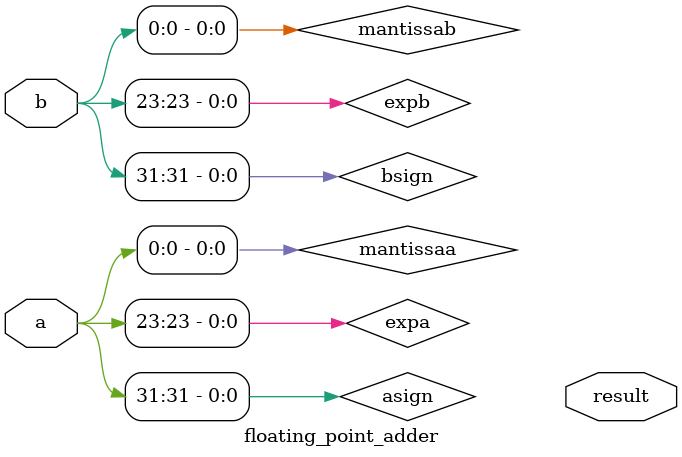
<source format=v>
module floating_point_adder(
    input [31:0] a, 
    input [31:0] b, 
    output [31:0] result
);

// Разделяем на значимые части
assign asign = a[31];
assign bsign = b[31];

assign expa = a[30:23];
assign expb = b[30:23];

assign mantissaa = a[22:0];
assign mantissab = b[22:0];

// Складываем мантиссы


// Нормализовать результат (переносим разряды)
// Корректируем порядок

endmodule
</source>
